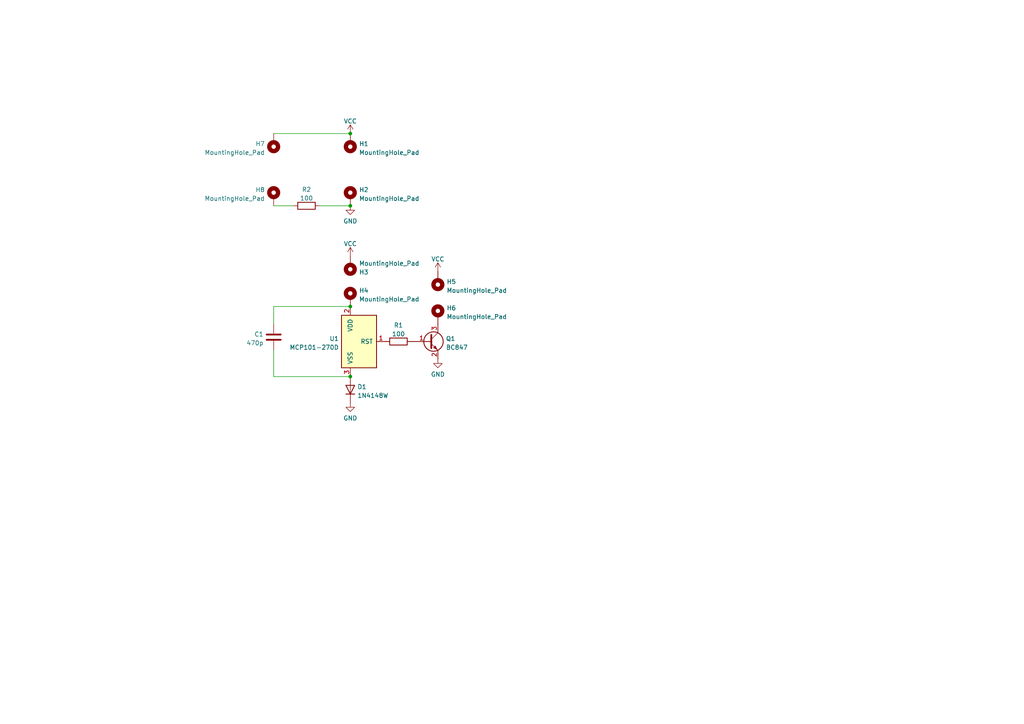
<source format=kicad_sch>
(kicad_sch (version 20211123) (generator eeschema)
  (paper "A4")
  (lib_symbols
    (symbol "Device:C" (pin_numbers hide) (pin_names (offset 0.254))
      (property "Reference" "C" (at 0.635 2.54 0))
      (property "Value" "C" (at 0.635 -2.54 0))
      (symbol "C_0_1"
        (polyline (pts (xy -2.032 -0.762) (xy 2.032 -0.762)) (stroke (width 0.508)))
        (polyline (pts (xy -2.032 0.762) (xy 2.032 0.762)) (stroke (width 0.508)))
      )
      (symbol "C_1_1"
        (pin passive line (at 0 3.81 270) (length 2.794) (name "~") (number "1"))
        (pin passive line (at 0 -3.81 90) (length 2.794) (name "~") (number "2"))
      )
    )
    (symbol "Device:R" (pin_numbers hide) (pin_names (offset 0))
      (property "Reference" "R" (at 2.032 0 90))
      (property "Value" "R" (at 0 0 90))
      (symbol "R_0_1"
        (rectangle (start -1.016 -2.54) (end 1.016 2.54) (stroke (width 0.254)))
      )
      (symbol "R_1_1"
        (pin passive line (at 0 3.81 270) (length 1.27) (name "~") (number "1"))
        (pin passive line (at 0 -3.81 90) (length 1.27) (name "~") (number "2"))
      )
    )
    (symbol "Diode:1N4148W" (pin_numbers hide) (pin_names (offset 1.016) hide)
      (property "Reference" "D" (at 0 2.54 0))
      (property "Value" "1N4148W" (at 0 -2.54 0))
      (symbol "1N4148W_0_1"
        (polyline (pts (xy -1.27 1.27) (xy -1.27 -1.27)) (stroke (width 0.254)))
        (polyline (pts (xy 1.27 0) (xy -1.27 0)))
        (polyline (pts (xy 1.27 1.27) (xy 1.27 -1.27) (xy -1.27 0) (xy 1.27 1.27)) (stroke (width 0.254)))
      )
      (symbol "1N4148W_1_1"
        (pin passive line (at -3.81 0 0) (length 2.54) (name "K") (number "1"))
        (pin passive line (at 3.81 0 180) (length 2.54) (name "A") (number "2"))
      )
    )
    (symbol "Mechanical:MountingHole_Pad" (pin_numbers hide) (pin_names (offset 1.016) hide)
      (property "Reference" "H" (at 0 6.35 0))
      (property "Value" "MountingHole_Pad" (at 0 4.445 0))
      (symbol "MountingHole_Pad_0_1"
        (circle (center 0 1.27) (radius 1.27) (stroke (width 1.27)))
      )
      (symbol "MountingHole_Pad_1_1"
        (pin input line (at 0 -2.54 90) (length 2.54) (name "1") (number "1"))
      )
    )
    (symbol "Power_Supervisor:MCP101-270D" (pin_names (offset 1.016))
      (property "Reference" "U" (at 0 8.89 0))
      (property "Value" "MCP101-270D" (at -1.27 -8.89 0))
      (symbol "MCP101-270D_1_1"
        (rectangle (start -5.08 7.62) (end 5.08 -7.62) (stroke (width 0.254)) (fill (type background)))
        (pin output line (at 7.62 0 180) (length 2.54) (name "RST") (number "1"))
        (pin power_in line (at -2.54 10.16 270) (length 2.54) (name "VDD") (number "2"))
        (pin power_in line (at -2.54 -10.16 90) (length 2.54) (name "VSS") (number "3"))
      )
    )
    (symbol "Transistor_BJT:BC847" (pin_names (offset 0) hide)
      (property "Reference" "Q" (at 5.08 1.905 0))
      (property "Value" "BC847" (at 5.08 0 0))
      (symbol "BC847_0_1"
        (polyline (pts (xy 0.635 0.635) (xy 2.54 2.54)))
        (polyline (pts (xy 0.635 -0.635) (xy 2.54 -2.54) (xy 2.54 -2.54)))
        (polyline (pts (xy 0.635 1.905) (xy 0.635 -1.905) (xy 0.635 -1.905)) (stroke (width 0.508)))
        (polyline (pts (xy 1.27 -1.778) (xy 1.778 -1.27) (xy 2.286 -2.286) (xy 1.27 -1.778) (xy 1.27 -1.778)) (fill (type outline)))
        (circle (center 1.27 0) (radius 2.8194) (stroke (width 0.254)))
      )
      (symbol "BC847_1_1"
        (pin input line (at -5.08 0 0) (length 5.715) (name "B") (number "1"))
        (pin passive line (at 2.54 -5.08 90) (length 2.54) (name "E") (number "2"))
        (pin passive line (at 2.54 5.08 270) (length 2.54) (name "C") (number "3"))
      )
    )
    (symbol "power:GND" (power) (pin_names (offset 0))
      (property "Value" "GND" (at 0 -3.81 0))
      (symbol "GND_0_1"
        (polyline (pts (xy 0 0) (xy 0 -1.27) (xy 1.27 -1.27) (xy 0 -2.54) (xy -1.27 -1.27) (xy 0 -1.27)))
      )
      (symbol "GND_1_1"
        (pin power_in line (at 0 0 270) (length 0) hide (name "GND") (number "1"))
      )
    )
    (symbol "power:VCC" (power) (pin_names (offset 0))
      (property "Value" "VCC" (at 0 3.81 0))
      (symbol "VCC_0_1"
        (polyline (pts (xy -0.762 1.27) (xy 0 2.54)))
        (polyline (pts (xy 0 0) (xy 0 2.54)))
        (polyline (pts (xy 0 2.54) (xy 0.762 1.27)))
      )
      (symbol "VCC_1_1"
        (pin power_in line (at 0 0 90) (length 0) hide (name "VCC") (number "1"))
      )
    )
  )
  (junction (at 101.6 109.22))
  (junction (at 101.6 88.9))
  (junction (at 101.6 59.69))
  (junction (at 101.6 38.735))
  (wire (pts (xy 101.6 109.22) (xy 79.375 109.22)))
  (wire (pts (xy 92.71 59.69) (xy 101.6 59.69)))
  (wire (pts (xy 101.6 88.9) (xy 79.375 88.9)))
  (wire (pts (xy 79.375 59.69) (xy 85.09 59.69)))
  (wire (pts (xy 79.375 88.9) (xy 79.375 93.98)))
  (wire (pts (xy 79.375 101.6) (xy 79.375 109.22)))
  (wire (pts (xy 79.375 38.735) (xy 101.6 38.735)))
  (symbol (lib_id "Mechanical:MountingHole_Pad") (at 79.375 41.275 0) (mirror x) (unit 1)
    (property "Reference" "H7" (at 76.835 41.7103 0) (effects (justify right)))
    (property "Value" "MountingHole_Pad" (at 76.835 44.2472 0) (effects (justify right)))
    (property "Footprint" "Connector_Wire:SolderWire-0.5sqmm_1x01_D0.9mm_OD2.1mm" (effects hide))
  )
  (symbol (lib_id "Diode:1N4148W") (at 101.6 113.03 90) (unit 1)
    (property "Reference" "D1" (at 103.632 112.1953 90) (effects (justify right)))
    (property "Value" "1N4148W" (at 103.632 114.7322 90) (effects (justify right)))
    (property "Footprint" "Diode_SMD:D_SOD-123" (effects hide))
    (property "Datasheet" "https://www.vishay.com/docs/85748/1n4148w.pdf" (effects hide))
  )
  (symbol (lib_id "Mechanical:MountingHole_Pad") (at 101.6 76.835 0) (mirror x) (unit 1)
    (property "Reference" "H3" (at 104.14 78.9397 0) (effects (justify left)))
    (property "Value" "MountingHole_Pad" (at 104.14 76.4028 0) (effects (justify left)))
    (property "Footprint" "Connector_Wire:SolderWire-0.5sqmm_1x01_D0.9mm_OD2.1mm" (effects hide))
  )
  (symbol (lib_id "Mechanical:MountingHole_Pad") (at 101.6 86.36 0) (unit 1)
    (property "Reference" "H4" (at 104.14 84.2553 0) (effects (justify left)))
    (property "Value" "MountingHole_Pad" (at 104.14 86.7922 0) (effects (justify left)))
    (property "Footprint" "Connector_Wire:SolderWire-0.5sqmm_1x01_D0.9mm_OD2.1mm" (effects hide))
  )
  (symbol (lib_id "Power_Supervisor:MCP101-270D") (at 104.14 99.06 0) (unit 1)
    (property "Reference" "U1" (at 98.298 98.2253 0) (effects (justify right)))
    (property "Value" "MCP101-270D" (at 98.298 100.7622 0) (effects (justify right)))
    (property "Footprint" "Package_TO_SOT_SMD:SOT-23" (effects hide))
    (property "Datasheet" "http://ww1.microchip.com/downloads/en/DeviceDoc/11187f.pdf" (effects hide))
  )
  (symbol (lib_id "Device:R") (at 115.57 99.06 90) (unit 1)
    (property "Reference" "R1" (at 115.57 94.3442 90))
    (property "Value" "100" (at 115.57 96.8811 90))
    (property "Footprint" "Resistor_SMD:R_0603_1608Metric" (effects hide))
  )
  (symbol (lib_id "power:VCC") (at 101.6 74.295 0) (unit 1)
    (property "Reference" "#PWR0102" (effects hide))
    (property "Value" "VCC" (at 101.6 70.7192 0))
  )
  (symbol (lib_id "power:GND") (at 101.6 59.69 0) (unit 1)
    (property "Reference" "#PWR0105" (effects hide))
    (property "Value" "GND" (at 101.6 64.1334 0))
  )
  (symbol (lib_id "Mechanical:MountingHole_Pad") (at 101.6 57.15 0) (unit 1)
    (property "Reference" "H2" (at 104.14 55.0453 0) (effects (justify left)))
    (property "Value" "MountingHole_Pad" (at 104.14 57.5822 0) (effects (justify left)))
    (property "Footprint" "Connector_Wire:SolderWire-0.5sqmm_1x01_D0.9mm_OD2.1mm" (effects hide))
  )
  (symbol (lib_id "Mechanical:MountingHole_Pad") (at 101.6 41.275 180) (unit 1)
    (property "Reference" "H1" (at 104.14 41.7103 0) (effects (justify right)))
    (property "Value" "MountingHole_Pad" (at 104.14 44.2472 0) (effects (justify right)))
    (property "Footprint" "Connector_Wire:SolderWire-0.5sqmm_1x01_D0.9mm_OD2.1mm" (effects hide))
  )
  (symbol (lib_id "Mechanical:MountingHole_Pad") (at 79.375 57.15 0) (mirror y) (unit 1)
    (property "Reference" "H8" (at 76.835 55.0453 0) (effects (justify left)))
    (property "Value" "MountingHole_Pad" (at 76.835 57.5822 0) (effects (justify left)))
    (property "Footprint" "Connector_Wire:SolderWire-0.5sqmm_1x01_D0.9mm_OD2.1mm" (effects hide))
  )
  (symbol (lib_id "Device:R") (at 88.9 59.69 90) (unit 1)
    (property "Reference" "R2" (at 88.9 54.9742 90))
    (property "Value" "100" (at 88.9 57.5111 90))
    (property "Footprint" "Resistor_SMD:R_0603_1608Metric" (effects hide))
  )
  (symbol (lib_id "Mechanical:MountingHole_Pad") (at 127 91.44 0) (unit 1)
    (property "Reference" "H6" (at 129.54 89.3353 0) (effects (justify left)))
    (property "Value" "MountingHole_Pad" (at 129.54 91.8722 0) (effects (justify left)))
    (property "Footprint" "Connector_Wire:SolderWire-0.5sqmm_1x01_D0.9mm_OD2.1mm" (effects hide))
  )
  (symbol (lib_id "power:VCC") (at 101.6 38.735 0) (unit 1)
    (property "Reference" "#PWR0106" (effects hide))
    (property "Value" "VCC" (at 101.6 35.1592 0))
  )
  (symbol (lib_id "Device:C") (at 79.375 97.79 0) (mirror x) (unit 1)
    (property "Reference" "C1" (at 76.454 96.9553 0) (effects (justify right)))
    (property "Value" "470p" (at 76.454 99.4922 0) (effects (justify right)))
    (property "Footprint" "Capacitor_SMD:C_0603_1608Metric" (effects hide))
  )
  (symbol (lib_id "Mechanical:MountingHole_Pad") (at 127 81.28 180) (unit 1)
    (property "Reference" "H5" (at 129.54 81.7153 0) (effects (justify right)))
    (property "Value" "MountingHole_Pad" (at 129.54 84.2522 0) (effects (justify right)))
    (property "Footprint" "Connector_Wire:SolderWire-0.5sqmm_1x01_D0.9mm_OD2.1mm" (effects hide))
  )
  (symbol (lib_id "power:VCC") (at 127 78.74 0) (unit 1)
    (property "Reference" "#PWR0103" (effects hide))
    (property "Value" "VCC" (at 127 75.1642 0))
  )
  (symbol (lib_id "power:GND") (at 127 104.14 0) (unit 1)
    (property "Reference" "#PWR0104" (effects hide))
    (property "Value" "GND" (at 127 108.5834 0))
  )
  (symbol (lib_id "Transistor_BJT:BC847") (at 124.46 99.06 0) (unit 1)
    (property "Reference" "Q1" (at 129.3114 98.2253 0) (effects (justify left)))
    (property "Value" "BC847" (at 129.3114 100.7622 0) (effects (justify left)))
    (property "Footprint" "Package_TO_SOT_SMD:SOT-23" (effects hide))
    (property "Datasheet" "http://www.infineon.com/dgdl/Infineon-BC847SERIES_BC848SERIES_BC849SERIES_BC850SERIES-DS-v01_01-en.pdf?fileId=db3a304314dca389011541d4630a1657" (effects hide))
  )
  (symbol (lib_id "power:GND") (at 101.6 116.84 0) (unit 1)
    (property "Reference" "#PWR0101" (effects hide))
    (property "Value" "GND" (at 101.6 121.2834 0))
  )
)
</source>
